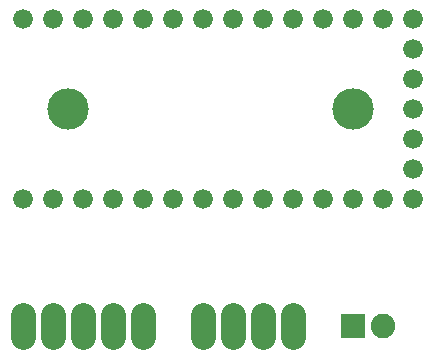
<source format=gbs>
G75*
%MOIN*%
%OFA0B0*%
%FSLAX25Y25*%
%IPPOS*%
%LPD*%
%AMOC8*
5,1,8,0,0,1.08239X$1,22.5*
%
%ADD10C,0.08200*%
%ADD11C,0.13800*%
%ADD12R,0.08200X0.08200*%
%ADD13C,0.08200*%
%ADD14C,0.06600*%
D10*
X0011800Y0011800D02*
X0011800Y0019200D01*
X0021800Y0019200D02*
X0021800Y0011800D01*
X0031800Y0011800D02*
X0031800Y0019200D01*
X0041800Y0019200D02*
X0041800Y0011800D01*
X0051800Y0011800D02*
X0051800Y0019200D01*
X0071800Y0019200D02*
X0071800Y0011800D01*
X0081800Y0011800D02*
X0081800Y0019200D01*
X0091800Y0019200D02*
X0091800Y0011800D01*
X0101800Y0011800D02*
X0101800Y0019200D01*
D11*
X0121800Y0088000D03*
X0026800Y0088000D03*
D12*
X0121800Y0015500D03*
D13*
X0131800Y0015500D03*
D14*
X0131800Y0058000D03*
X0121800Y0058000D03*
X0111800Y0058000D03*
X0101800Y0058000D03*
X0091800Y0058000D03*
X0081800Y0058000D03*
X0071800Y0058000D03*
X0061800Y0058000D03*
X0051800Y0058000D03*
X0041800Y0058000D03*
X0031800Y0058000D03*
X0021800Y0058000D03*
X0011800Y0058000D03*
X0011800Y0118000D03*
X0021800Y0118000D03*
X0031800Y0118000D03*
X0041800Y0118000D03*
X0051800Y0118000D03*
X0061800Y0118000D03*
X0071800Y0118000D03*
X0081800Y0118000D03*
X0091800Y0118000D03*
X0101800Y0118000D03*
X0111800Y0118000D03*
X0121800Y0118000D03*
X0131800Y0118000D03*
X0141800Y0118000D03*
X0141800Y0108000D03*
X0141800Y0098000D03*
X0141800Y0088000D03*
X0141800Y0078000D03*
X0141800Y0068000D03*
X0141800Y0058000D03*
M02*

</source>
